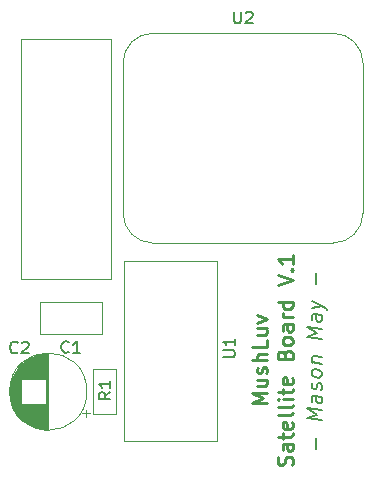
<source format=gbr>
%TF.GenerationSoftware,KiCad,Pcbnew,(5.1.6)-1*%
%TF.CreationDate,2020-11-07T19:51:12-05:00*%
%TF.ProjectId,SatelliteMush,53617465-6c6c-4697-9465-4d7573682e6b,rev?*%
%TF.SameCoordinates,Original*%
%TF.FileFunction,Legend,Top*%
%TF.FilePolarity,Positive*%
%FSLAX46Y46*%
G04 Gerber Fmt 4.6, Leading zero omitted, Abs format (unit mm)*
G04 Created by KiCad (PCBNEW (5.1.6)-1) date 2020-11-07 19:51:12*
%MOMM*%
%LPD*%
G01*
G04 APERTURE LIST*
%ADD10C,0.190500*%
%ADD11C,0.254000*%
%ADD12C,0.120000*%
%ADD13C,0.150000*%
G04 APERTURE END LIST*
D10*
X173826714Y-108905504D02*
X173826714Y-107937885D01*
X174310523Y-106425981D02*
X173040523Y-106267231D01*
X173947666Y-105957290D01*
X173040523Y-105420564D01*
X174310523Y-105579314D01*
X174310523Y-104430266D02*
X173645285Y-104347112D01*
X173524333Y-104392469D01*
X173463857Y-104505862D01*
X173463857Y-104747766D01*
X173524333Y-104876278D01*
X174250047Y-104422707D02*
X174310523Y-104551219D01*
X174310523Y-104853600D01*
X174250047Y-104966993D01*
X174129095Y-105012350D01*
X174008142Y-104997231D01*
X173887190Y-104921635D01*
X173826714Y-104793123D01*
X173826714Y-104490743D01*
X173766238Y-104362231D01*
X174250047Y-103878421D02*
X174310523Y-103765028D01*
X174310523Y-103523123D01*
X174250047Y-103394612D01*
X174129095Y-103319016D01*
X174068619Y-103311457D01*
X173947666Y-103356814D01*
X173887190Y-103470207D01*
X173887190Y-103651635D01*
X173826714Y-103765028D01*
X173705761Y-103810385D01*
X173645285Y-103802826D01*
X173524333Y-103727231D01*
X173463857Y-103598719D01*
X173463857Y-103417290D01*
X173524333Y-103303897D01*
X174310523Y-102615981D02*
X174250047Y-102729373D01*
X174189571Y-102782290D01*
X174068619Y-102827647D01*
X173705761Y-102782290D01*
X173584809Y-102706695D01*
X173524333Y-102638659D01*
X173463857Y-102510147D01*
X173463857Y-102328719D01*
X173524333Y-102215326D01*
X173584809Y-102162409D01*
X173705761Y-102117052D01*
X174068619Y-102162409D01*
X174189571Y-102238004D01*
X174250047Y-102306040D01*
X174310523Y-102434552D01*
X174310523Y-102615981D01*
X173463857Y-101542528D02*
X174310523Y-101648362D01*
X173584809Y-101557647D02*
X173524333Y-101489612D01*
X173463857Y-101361100D01*
X173463857Y-101179671D01*
X173524333Y-101066278D01*
X173645285Y-101020921D01*
X174310523Y-101104076D01*
X174310523Y-99531695D02*
X173040523Y-99372945D01*
X173947666Y-99063004D01*
X173040523Y-98526278D01*
X174310523Y-98685028D01*
X174310523Y-97535981D02*
X173645285Y-97452826D01*
X173524333Y-97498183D01*
X173463857Y-97611576D01*
X173463857Y-97853481D01*
X173524333Y-97981993D01*
X174250047Y-97528421D02*
X174310523Y-97656933D01*
X174310523Y-97959314D01*
X174250047Y-98072707D01*
X174129095Y-98118064D01*
X174008142Y-98102945D01*
X173887190Y-98027350D01*
X173826714Y-97898838D01*
X173826714Y-97596457D01*
X173766238Y-97467945D01*
X173463857Y-96946338D02*
X174310523Y-96749790D01*
X173463857Y-96341576D02*
X174310523Y-96749790D01*
X174612904Y-96908540D01*
X174673380Y-96976576D01*
X174733857Y-97105088D01*
X173826714Y-94935504D02*
X173826714Y-93967885D01*
D11*
X169675023Y-105004809D02*
X168405023Y-105004809D01*
X169312166Y-104581476D01*
X168405023Y-104158142D01*
X169675023Y-104158142D01*
X168828357Y-103009095D02*
X169675023Y-103009095D01*
X168828357Y-103553380D02*
X169493595Y-103553380D01*
X169614547Y-103492904D01*
X169675023Y-103371952D01*
X169675023Y-103190523D01*
X169614547Y-103069571D01*
X169554071Y-103009095D01*
X169614547Y-102464809D02*
X169675023Y-102343857D01*
X169675023Y-102101952D01*
X169614547Y-101981000D01*
X169493595Y-101920523D01*
X169433119Y-101920523D01*
X169312166Y-101981000D01*
X169251690Y-102101952D01*
X169251690Y-102283380D01*
X169191214Y-102404333D01*
X169070261Y-102464809D01*
X169009785Y-102464809D01*
X168888833Y-102404333D01*
X168828357Y-102283380D01*
X168828357Y-102101952D01*
X168888833Y-101981000D01*
X169675023Y-101376238D02*
X168405023Y-101376238D01*
X169675023Y-100831952D02*
X169009785Y-100831952D01*
X168888833Y-100892428D01*
X168828357Y-101013380D01*
X168828357Y-101194809D01*
X168888833Y-101315761D01*
X168949309Y-101376238D01*
X169675023Y-99622428D02*
X169675023Y-100227190D01*
X168405023Y-100227190D01*
X168828357Y-98654809D02*
X169675023Y-98654809D01*
X168828357Y-99199095D02*
X169493595Y-99199095D01*
X169614547Y-99138619D01*
X169675023Y-99017666D01*
X169675023Y-98836238D01*
X169614547Y-98715285D01*
X169554071Y-98654809D01*
X168828357Y-98171000D02*
X169675023Y-97868619D01*
X168828357Y-97566238D01*
X171773547Y-110236000D02*
X171834023Y-110054571D01*
X171834023Y-109752190D01*
X171773547Y-109631238D01*
X171713071Y-109570761D01*
X171592119Y-109510285D01*
X171471166Y-109510285D01*
X171350214Y-109570761D01*
X171289738Y-109631238D01*
X171229261Y-109752190D01*
X171168785Y-109994095D01*
X171108309Y-110115047D01*
X171047833Y-110175523D01*
X170926880Y-110236000D01*
X170805928Y-110236000D01*
X170684976Y-110175523D01*
X170624500Y-110115047D01*
X170564023Y-109994095D01*
X170564023Y-109691714D01*
X170624500Y-109510285D01*
X171834023Y-108421714D02*
X171168785Y-108421714D01*
X171047833Y-108482190D01*
X170987357Y-108603142D01*
X170987357Y-108845047D01*
X171047833Y-108966000D01*
X171773547Y-108421714D02*
X171834023Y-108542666D01*
X171834023Y-108845047D01*
X171773547Y-108966000D01*
X171652595Y-109026476D01*
X171531642Y-109026476D01*
X171410690Y-108966000D01*
X171350214Y-108845047D01*
X171350214Y-108542666D01*
X171289738Y-108421714D01*
X170987357Y-107998380D02*
X170987357Y-107514571D01*
X170564023Y-107816952D02*
X171652595Y-107816952D01*
X171773547Y-107756476D01*
X171834023Y-107635523D01*
X171834023Y-107514571D01*
X171773547Y-106607428D02*
X171834023Y-106728380D01*
X171834023Y-106970285D01*
X171773547Y-107091238D01*
X171652595Y-107151714D01*
X171168785Y-107151714D01*
X171047833Y-107091238D01*
X170987357Y-106970285D01*
X170987357Y-106728380D01*
X171047833Y-106607428D01*
X171168785Y-106546952D01*
X171289738Y-106546952D01*
X171410690Y-107151714D01*
X171834023Y-105821238D02*
X171773547Y-105942190D01*
X171652595Y-106002666D01*
X170564023Y-106002666D01*
X171834023Y-105156000D02*
X171773547Y-105276952D01*
X171652595Y-105337428D01*
X170564023Y-105337428D01*
X171834023Y-104672190D02*
X170987357Y-104672190D01*
X170564023Y-104672190D02*
X170624500Y-104732666D01*
X170684976Y-104672190D01*
X170624500Y-104611714D01*
X170564023Y-104672190D01*
X170684976Y-104672190D01*
X170987357Y-104248857D02*
X170987357Y-103765047D01*
X170564023Y-104067428D02*
X171652595Y-104067428D01*
X171773547Y-104006952D01*
X171834023Y-103886000D01*
X171834023Y-103765047D01*
X171773547Y-102857904D02*
X171834023Y-102978857D01*
X171834023Y-103220761D01*
X171773547Y-103341714D01*
X171652595Y-103402190D01*
X171168785Y-103402190D01*
X171047833Y-103341714D01*
X170987357Y-103220761D01*
X170987357Y-102978857D01*
X171047833Y-102857904D01*
X171168785Y-102797428D01*
X171289738Y-102797428D01*
X171410690Y-103402190D01*
X171168785Y-100862190D02*
X171229261Y-100680761D01*
X171289738Y-100620285D01*
X171410690Y-100559809D01*
X171592119Y-100559809D01*
X171713071Y-100620285D01*
X171773547Y-100680761D01*
X171834023Y-100801714D01*
X171834023Y-101285523D01*
X170564023Y-101285523D01*
X170564023Y-100862190D01*
X170624500Y-100741238D01*
X170684976Y-100680761D01*
X170805928Y-100620285D01*
X170926880Y-100620285D01*
X171047833Y-100680761D01*
X171108309Y-100741238D01*
X171168785Y-100862190D01*
X171168785Y-101285523D01*
X171834023Y-99834095D02*
X171773547Y-99955047D01*
X171713071Y-100015523D01*
X171592119Y-100076000D01*
X171229261Y-100076000D01*
X171108309Y-100015523D01*
X171047833Y-99955047D01*
X170987357Y-99834095D01*
X170987357Y-99652666D01*
X171047833Y-99531714D01*
X171108309Y-99471238D01*
X171229261Y-99410761D01*
X171592119Y-99410761D01*
X171713071Y-99471238D01*
X171773547Y-99531714D01*
X171834023Y-99652666D01*
X171834023Y-99834095D01*
X171834023Y-98322190D02*
X171168785Y-98322190D01*
X171047833Y-98382666D01*
X170987357Y-98503619D01*
X170987357Y-98745523D01*
X171047833Y-98866476D01*
X171773547Y-98322190D02*
X171834023Y-98443142D01*
X171834023Y-98745523D01*
X171773547Y-98866476D01*
X171652595Y-98926952D01*
X171531642Y-98926952D01*
X171410690Y-98866476D01*
X171350214Y-98745523D01*
X171350214Y-98443142D01*
X171289738Y-98322190D01*
X171834023Y-97717428D02*
X170987357Y-97717428D01*
X171229261Y-97717428D02*
X171108309Y-97656952D01*
X171047833Y-97596476D01*
X170987357Y-97475523D01*
X170987357Y-97354571D01*
X171834023Y-96386952D02*
X170564023Y-96386952D01*
X171773547Y-96386952D02*
X171834023Y-96507904D01*
X171834023Y-96749809D01*
X171773547Y-96870761D01*
X171713071Y-96931238D01*
X171592119Y-96991714D01*
X171229261Y-96991714D01*
X171108309Y-96931238D01*
X171047833Y-96870761D01*
X170987357Y-96749809D01*
X170987357Y-96507904D01*
X171047833Y-96386952D01*
X170564023Y-94996000D02*
X171834023Y-94572666D01*
X170564023Y-94149333D01*
X171713071Y-93726000D02*
X171773547Y-93665523D01*
X171834023Y-93726000D01*
X171773547Y-93786476D01*
X171713071Y-93726000D01*
X171834023Y-93726000D01*
X171834023Y-92456000D02*
X171834023Y-93181714D01*
X171834023Y-92818857D02*
X170564023Y-92818857D01*
X170745452Y-92939809D01*
X170866404Y-93060761D01*
X170926880Y-93181714D01*
D12*
%TO.C,C1*%
X150435000Y-99160000D02*
X150435000Y-96420000D01*
X155675000Y-99160000D02*
X155675000Y-96420000D01*
X155675000Y-96420000D02*
X150435000Y-96420000D01*
X155675000Y-99160000D02*
X150435000Y-99160000D01*
%TO.C,U2*%
X157480000Y-76200000D02*
X157480000Y-88900000D01*
X177800000Y-76200000D02*
X177800000Y-88900000D01*
X160020000Y-73660000D02*
X175260000Y-73660000D01*
X175260000Y-91440000D02*
X160020000Y-91440000D01*
X157480000Y-76200000D02*
G75*
G02*
X160020000Y-73660000I2540000J0D01*
G01*
X175260000Y-73660000D02*
G75*
G02*
X177800000Y-76200000I0J-2540000D01*
G01*
X160020000Y-91440000D02*
G75*
G02*
X157480000Y-88900000I0J2540000D01*
G01*
X177800000Y-88900000D02*
G75*
G02*
X175260000Y-91440000I-2540000J0D01*
G01*
%TO.C,C2*%
X154420000Y-104013000D02*
G75*
G03*
X154420000Y-104013000I-3270000J0D01*
G01*
X151150000Y-107243000D02*
X151150000Y-100783000D01*
X151110000Y-107243000D02*
X151110000Y-100783000D01*
X151070000Y-107243000D02*
X151070000Y-100783000D01*
X151030000Y-107241000D02*
X151030000Y-100785000D01*
X150990000Y-107240000D02*
X150990000Y-100786000D01*
X150950000Y-107237000D02*
X150950000Y-100789000D01*
X150910000Y-107235000D02*
X150910000Y-105053000D01*
X150910000Y-102973000D02*
X150910000Y-100791000D01*
X150870000Y-107231000D02*
X150870000Y-105053000D01*
X150870000Y-102973000D02*
X150870000Y-100795000D01*
X150830000Y-107228000D02*
X150830000Y-105053000D01*
X150830000Y-102973000D02*
X150830000Y-100798000D01*
X150790000Y-107224000D02*
X150790000Y-105053000D01*
X150790000Y-102973000D02*
X150790000Y-100802000D01*
X150750000Y-107219000D02*
X150750000Y-105053000D01*
X150750000Y-102973000D02*
X150750000Y-100807000D01*
X150710000Y-107214000D02*
X150710000Y-105053000D01*
X150710000Y-102973000D02*
X150710000Y-100812000D01*
X150670000Y-107208000D02*
X150670000Y-105053000D01*
X150670000Y-102973000D02*
X150670000Y-100818000D01*
X150630000Y-107202000D02*
X150630000Y-105053000D01*
X150630000Y-102973000D02*
X150630000Y-100824000D01*
X150590000Y-107195000D02*
X150590000Y-105053000D01*
X150590000Y-102973000D02*
X150590000Y-100831000D01*
X150550000Y-107188000D02*
X150550000Y-105053000D01*
X150550000Y-102973000D02*
X150550000Y-100838000D01*
X150510000Y-107180000D02*
X150510000Y-105053000D01*
X150510000Y-102973000D02*
X150510000Y-100846000D01*
X150470000Y-107172000D02*
X150470000Y-105053000D01*
X150470000Y-102973000D02*
X150470000Y-100854000D01*
X150429000Y-107163000D02*
X150429000Y-105053000D01*
X150429000Y-102973000D02*
X150429000Y-100863000D01*
X150389000Y-107154000D02*
X150389000Y-105053000D01*
X150389000Y-102973000D02*
X150389000Y-100872000D01*
X150349000Y-107144000D02*
X150349000Y-105053000D01*
X150349000Y-102973000D02*
X150349000Y-100882000D01*
X150309000Y-107134000D02*
X150309000Y-105053000D01*
X150309000Y-102973000D02*
X150309000Y-100892000D01*
X150269000Y-107123000D02*
X150269000Y-105053000D01*
X150269000Y-102973000D02*
X150269000Y-100903000D01*
X150229000Y-107111000D02*
X150229000Y-105053000D01*
X150229000Y-102973000D02*
X150229000Y-100915000D01*
X150189000Y-107099000D02*
X150189000Y-105053000D01*
X150189000Y-102973000D02*
X150189000Y-100927000D01*
X150149000Y-107087000D02*
X150149000Y-105053000D01*
X150149000Y-102973000D02*
X150149000Y-100939000D01*
X150109000Y-107074000D02*
X150109000Y-105053000D01*
X150109000Y-102973000D02*
X150109000Y-100952000D01*
X150069000Y-107060000D02*
X150069000Y-105053000D01*
X150069000Y-102973000D02*
X150069000Y-100966000D01*
X150029000Y-107046000D02*
X150029000Y-105053000D01*
X150029000Y-102973000D02*
X150029000Y-100980000D01*
X149989000Y-107031000D02*
X149989000Y-105053000D01*
X149989000Y-102973000D02*
X149989000Y-100995000D01*
X149949000Y-107015000D02*
X149949000Y-105053000D01*
X149949000Y-102973000D02*
X149949000Y-101011000D01*
X149909000Y-106999000D02*
X149909000Y-105053000D01*
X149909000Y-102973000D02*
X149909000Y-101027000D01*
X149869000Y-106983000D02*
X149869000Y-105053000D01*
X149869000Y-102973000D02*
X149869000Y-101043000D01*
X149829000Y-106965000D02*
X149829000Y-105053000D01*
X149829000Y-102973000D02*
X149829000Y-101061000D01*
X149789000Y-106947000D02*
X149789000Y-105053000D01*
X149789000Y-102973000D02*
X149789000Y-101079000D01*
X149749000Y-106929000D02*
X149749000Y-105053000D01*
X149749000Y-102973000D02*
X149749000Y-101097000D01*
X149709000Y-106909000D02*
X149709000Y-105053000D01*
X149709000Y-102973000D02*
X149709000Y-101117000D01*
X149669000Y-106889000D02*
X149669000Y-105053000D01*
X149669000Y-102973000D02*
X149669000Y-101137000D01*
X149629000Y-106869000D02*
X149629000Y-105053000D01*
X149629000Y-102973000D02*
X149629000Y-101157000D01*
X149589000Y-106847000D02*
X149589000Y-105053000D01*
X149589000Y-102973000D02*
X149589000Y-101179000D01*
X149549000Y-106825000D02*
X149549000Y-105053000D01*
X149549000Y-102973000D02*
X149549000Y-101201000D01*
X149509000Y-106803000D02*
X149509000Y-105053000D01*
X149509000Y-102973000D02*
X149509000Y-101223000D01*
X149469000Y-106779000D02*
X149469000Y-105053000D01*
X149469000Y-102973000D02*
X149469000Y-101247000D01*
X149429000Y-106755000D02*
X149429000Y-105053000D01*
X149429000Y-102973000D02*
X149429000Y-101271000D01*
X149389000Y-106729000D02*
X149389000Y-105053000D01*
X149389000Y-102973000D02*
X149389000Y-101297000D01*
X149349000Y-106703000D02*
X149349000Y-105053000D01*
X149349000Y-102973000D02*
X149349000Y-101323000D01*
X149309000Y-106677000D02*
X149309000Y-105053000D01*
X149309000Y-102973000D02*
X149309000Y-101349000D01*
X149269000Y-106649000D02*
X149269000Y-105053000D01*
X149269000Y-102973000D02*
X149269000Y-101377000D01*
X149229000Y-106620000D02*
X149229000Y-105053000D01*
X149229000Y-102973000D02*
X149229000Y-101406000D01*
X149189000Y-106591000D02*
X149189000Y-105053000D01*
X149189000Y-102973000D02*
X149189000Y-101435000D01*
X149149000Y-106561000D02*
X149149000Y-105053000D01*
X149149000Y-102973000D02*
X149149000Y-101465000D01*
X149109000Y-106529000D02*
X149109000Y-105053000D01*
X149109000Y-102973000D02*
X149109000Y-101497000D01*
X149069000Y-106497000D02*
X149069000Y-105053000D01*
X149069000Y-102973000D02*
X149069000Y-101529000D01*
X149029000Y-106463000D02*
X149029000Y-105053000D01*
X149029000Y-102973000D02*
X149029000Y-101563000D01*
X148989000Y-106429000D02*
X148989000Y-105053000D01*
X148989000Y-102973000D02*
X148989000Y-101597000D01*
X148949000Y-106393000D02*
X148949000Y-105053000D01*
X148949000Y-102973000D02*
X148949000Y-101633000D01*
X148909000Y-106356000D02*
X148909000Y-105053000D01*
X148909000Y-102973000D02*
X148909000Y-101670000D01*
X148869000Y-106318000D02*
X148869000Y-105053000D01*
X148869000Y-102973000D02*
X148869000Y-101708000D01*
X148829000Y-106278000D02*
X148829000Y-101748000D01*
X148789000Y-106237000D02*
X148789000Y-101789000D01*
X148749000Y-106195000D02*
X148749000Y-101831000D01*
X148709000Y-106150000D02*
X148709000Y-101876000D01*
X148669000Y-106105000D02*
X148669000Y-101921000D01*
X148629000Y-106057000D02*
X148629000Y-101969000D01*
X148589000Y-106008000D02*
X148589000Y-102018000D01*
X148549000Y-105957000D02*
X148549000Y-102069000D01*
X148509000Y-105903000D02*
X148509000Y-102123000D01*
X148469000Y-105847000D02*
X148469000Y-102179000D01*
X148429000Y-105789000D02*
X148429000Y-102237000D01*
X148389000Y-105727000D02*
X148389000Y-102299000D01*
X148349000Y-105663000D02*
X148349000Y-102363000D01*
X148309000Y-105594000D02*
X148309000Y-102432000D01*
X148269000Y-105522000D02*
X148269000Y-102504000D01*
X148229000Y-105445000D02*
X148229000Y-102581000D01*
X148189000Y-105363000D02*
X148189000Y-102663000D01*
X148149000Y-105275000D02*
X148149000Y-102751000D01*
X148109000Y-105178000D02*
X148109000Y-102848000D01*
X148069000Y-105072000D02*
X148069000Y-102954000D01*
X148029000Y-104953000D02*
X148029000Y-103073000D01*
X147989000Y-104815000D02*
X147989000Y-103211000D01*
X147949000Y-104646000D02*
X147949000Y-103380000D01*
X147909000Y-104415000D02*
X147909000Y-103611000D01*
X154650241Y-105852000D02*
X154020241Y-105852000D01*
X154335241Y-106167000D02*
X154335241Y-105537000D01*
%TO.C,U1*%
X165481000Y-92964000D02*
X157607000Y-92964000D01*
X165481000Y-108204000D02*
X165481000Y-92964000D01*
X165481000Y-108204000D02*
X157607000Y-108204000D01*
X157607000Y-108204000D02*
X157607000Y-92964000D01*
%TO.C,R1*%
X154914600Y-105918000D02*
X154914600Y-102108000D01*
X154914600Y-102108000D02*
X156870400Y-102108000D01*
X154914600Y-105918000D02*
X156870400Y-105918000D01*
X156870400Y-105918000D02*
X156870400Y-102108000D01*
%TO.C,J1*%
X156464000Y-74168000D02*
X155194000Y-74168000D01*
X155194000Y-94488000D02*
X156464000Y-94488000D01*
X156464000Y-94488000D02*
X156464000Y-91440000D01*
X148844000Y-94488000D02*
X148844000Y-91440000D01*
X149606000Y-94488000D02*
X148844000Y-94488000D01*
X148844000Y-74168000D02*
X148844000Y-77216000D01*
X149606000Y-74168000D02*
X148844000Y-74168000D01*
X156464000Y-77216000D02*
X156464000Y-74168000D01*
X156464000Y-91440000D02*
X156464000Y-77216000D01*
X148844000Y-91440000D02*
X148844000Y-90932000D01*
X150114000Y-94488000D02*
X149606000Y-94488000D01*
X149606000Y-74168000D02*
X150114000Y-74168000D01*
X148844000Y-77724000D02*
X148844000Y-77216000D01*
X152654000Y-74168000D02*
X155194000Y-74168000D01*
X152654000Y-94488000D02*
X155194000Y-94488000D01*
X148844000Y-90932000D02*
X148844000Y-77724000D01*
X152654000Y-74168000D02*
X150114000Y-74168000D01*
X150114000Y-94488000D02*
X152654000Y-94488000D01*
%TO.C,C1*%
D13*
X152888333Y-100647142D02*
X152840714Y-100694761D01*
X152697857Y-100742380D01*
X152602619Y-100742380D01*
X152459761Y-100694761D01*
X152364523Y-100599523D01*
X152316904Y-100504285D01*
X152269285Y-100313809D01*
X152269285Y-100170952D01*
X152316904Y-99980476D01*
X152364523Y-99885238D01*
X152459761Y-99790000D01*
X152602619Y-99742380D01*
X152697857Y-99742380D01*
X152840714Y-99790000D01*
X152888333Y-99837619D01*
X153840714Y-100742380D02*
X153269285Y-100742380D01*
X153555000Y-100742380D02*
X153555000Y-99742380D01*
X153459761Y-99885238D01*
X153364523Y-99980476D01*
X153269285Y-100028095D01*
%TO.C,U2*%
X166878095Y-71842380D02*
X166878095Y-72651904D01*
X166925714Y-72747142D01*
X166973333Y-72794761D01*
X167068571Y-72842380D01*
X167259047Y-72842380D01*
X167354285Y-72794761D01*
X167401904Y-72747142D01*
X167449523Y-72651904D01*
X167449523Y-71842380D01*
X167878095Y-71937619D02*
X167925714Y-71890000D01*
X168020952Y-71842380D01*
X168259047Y-71842380D01*
X168354285Y-71890000D01*
X168401904Y-71937619D01*
X168449523Y-72032857D01*
X168449523Y-72128095D01*
X168401904Y-72270952D01*
X167830476Y-72842380D01*
X168449523Y-72842380D01*
%TO.C,C2*%
X148550333Y-100687142D02*
X148502714Y-100734761D01*
X148359857Y-100782380D01*
X148264619Y-100782380D01*
X148121761Y-100734761D01*
X148026523Y-100639523D01*
X147978904Y-100544285D01*
X147931285Y-100353809D01*
X147931285Y-100210952D01*
X147978904Y-100020476D01*
X148026523Y-99925238D01*
X148121761Y-99830000D01*
X148264619Y-99782380D01*
X148359857Y-99782380D01*
X148502714Y-99830000D01*
X148550333Y-99877619D01*
X148931285Y-99877619D02*
X148978904Y-99830000D01*
X149074142Y-99782380D01*
X149312238Y-99782380D01*
X149407476Y-99830000D01*
X149455095Y-99877619D01*
X149502714Y-99972857D01*
X149502714Y-100068095D01*
X149455095Y-100210952D01*
X148883666Y-100782380D01*
X149502714Y-100782380D01*
%TO.C,U1*%
X165949380Y-101091904D02*
X166758904Y-101091904D01*
X166854142Y-101044285D01*
X166901761Y-100996666D01*
X166949380Y-100901428D01*
X166949380Y-100710952D01*
X166901761Y-100615714D01*
X166854142Y-100568095D01*
X166758904Y-100520476D01*
X165949380Y-100520476D01*
X166949380Y-99520476D02*
X166949380Y-100091904D01*
X166949380Y-99806190D02*
X165949380Y-99806190D01*
X166092238Y-99901428D01*
X166187476Y-99996666D01*
X166235095Y-100091904D01*
%TO.C,R1*%
X156408380Y-104052666D02*
X155932190Y-104386000D01*
X156408380Y-104624095D02*
X155408380Y-104624095D01*
X155408380Y-104243142D01*
X155456000Y-104147904D01*
X155503619Y-104100285D01*
X155598857Y-104052666D01*
X155741714Y-104052666D01*
X155836952Y-104100285D01*
X155884571Y-104147904D01*
X155932190Y-104243142D01*
X155932190Y-104624095D01*
X156408380Y-103100285D02*
X156408380Y-103671714D01*
X156408380Y-103386000D02*
X155408380Y-103386000D01*
X155551238Y-103481238D01*
X155646476Y-103576476D01*
X155694095Y-103671714D01*
%TD*%
M02*

</source>
